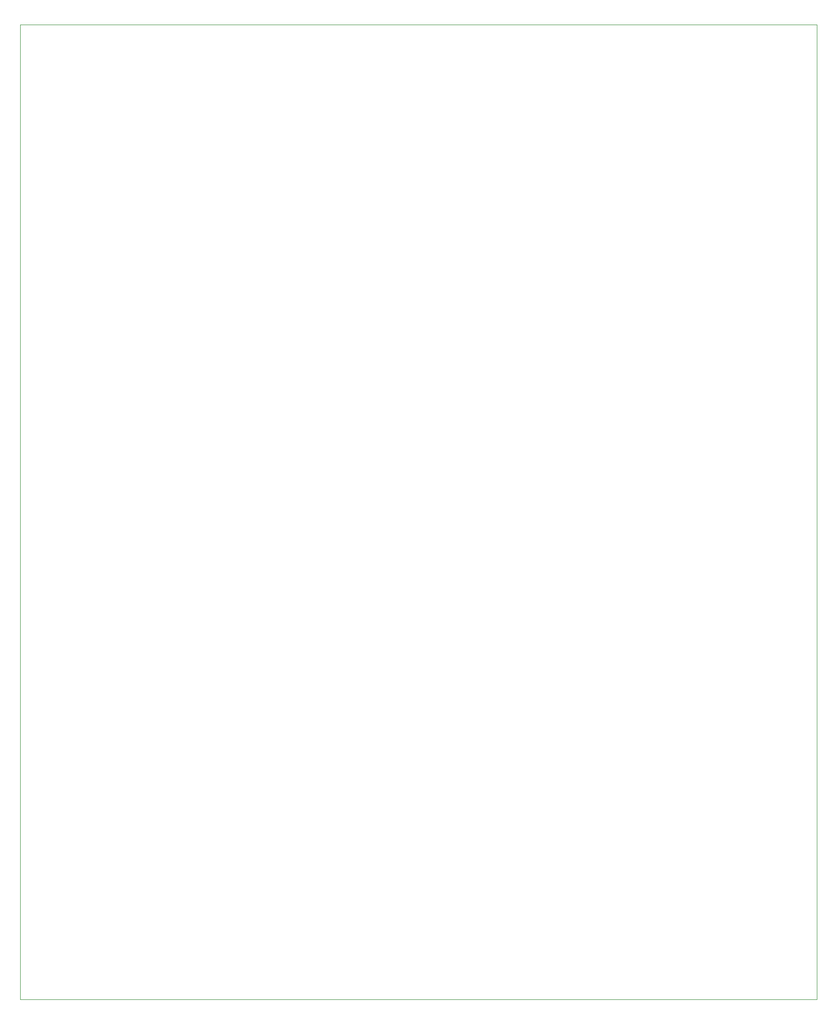
<source format=gm1>
G04 #@! TF.GenerationSoftware,KiCad,Pcbnew,5.99.0+really5.1.10+dfsg1-1*
G04 #@! TF.CreationDate,2021-09-08T20:42:20+02:00*
G04 #@! TF.ProjectId,esp32-adapter,65737033-322d-4616-9461-707465722e6b,1.0*
G04 #@! TF.SameCoordinates,Original*
G04 #@! TF.FileFunction,Profile,NP*
%FSLAX46Y46*%
G04 Gerber Fmt 4.6, Leading zero omitted, Abs format (unit mm)*
G04 Created by KiCad (PCBNEW 5.99.0+really5.1.10+dfsg1-1) date 2021-09-08 20:42:20*
%MOMM*%
%LPD*%
G01*
G04 APERTURE LIST*
G04 #@! TA.AperFunction,Profile*
%ADD10C,0.100000*%
G04 #@! TD*
G04 APERTURE END LIST*
D10*
X35560000Y-193040000D02*
X35560000Y-25400000D01*
X172720000Y-193040000D02*
X35560000Y-193040000D01*
X172720000Y-25400000D02*
X172720000Y-193040000D01*
X35560000Y-25400000D02*
X172720000Y-25400000D01*
M02*

</source>
